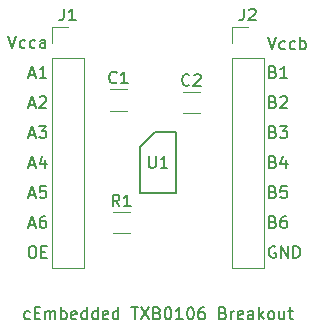
<source format=gbr>
%TF.GenerationSoftware,KiCad,Pcbnew,6.0.11+dfsg-1~bpo11+1*%
%TF.CreationDate,2023-04-23T22:17:46-04:00*%
%TF.ProjectId,cEmbedded_TXB0106_Breakout,63456d62-6564-4646-9564-5f5458423031,rev?*%
%TF.SameCoordinates,Original*%
%TF.FileFunction,Legend,Top*%
%TF.FilePolarity,Positive*%
%FSLAX46Y46*%
G04 Gerber Fmt 4.6, Leading zero omitted, Abs format (unit mm)*
G04 Created by KiCad (PCBNEW 6.0.11+dfsg-1~bpo11+1) date 2023-04-23 22:17:46*
%MOMM*%
%LPD*%
G01*
G04 APERTURE LIST*
%ADD10C,0.150000*%
%ADD11C,0.120000*%
%ADD12C,0.200000*%
G04 APERTURE END LIST*
D10*
X152857142Y-78192380D02*
X153190476Y-79192380D01*
X153523809Y-78192380D01*
X154285714Y-79144761D02*
X154190476Y-79192380D01*
X154000000Y-79192380D01*
X153904761Y-79144761D01*
X153857142Y-79097142D01*
X153809523Y-79001904D01*
X153809523Y-78716190D01*
X153857142Y-78620952D01*
X153904761Y-78573333D01*
X154000000Y-78525714D01*
X154190476Y-78525714D01*
X154285714Y-78573333D01*
X155142857Y-79144761D02*
X155047619Y-79192380D01*
X154857142Y-79192380D01*
X154761904Y-79144761D01*
X154714285Y-79097142D01*
X154666666Y-79001904D01*
X154666666Y-78716190D01*
X154714285Y-78620952D01*
X154761904Y-78573333D01*
X154857142Y-78525714D01*
X155047619Y-78525714D01*
X155142857Y-78573333D01*
X155571428Y-79192380D02*
X155571428Y-78192380D01*
X155571428Y-78573333D02*
X155666666Y-78525714D01*
X155857142Y-78525714D01*
X155952380Y-78573333D01*
X156000000Y-78620952D01*
X156047619Y-78716190D01*
X156047619Y-79001904D01*
X156000000Y-79097142D01*
X155952380Y-79144761D01*
X155857142Y-79192380D01*
X155666666Y-79192380D01*
X155571428Y-79144761D01*
X132635714Y-94026666D02*
X133111904Y-94026666D01*
X132540476Y-94312380D02*
X132873809Y-93312380D01*
X133207142Y-94312380D01*
X133969047Y-93312380D02*
X133778571Y-93312380D01*
X133683333Y-93360000D01*
X133635714Y-93407619D01*
X133540476Y-93550476D01*
X133492857Y-93740952D01*
X133492857Y-94121904D01*
X133540476Y-94217142D01*
X133588095Y-94264761D01*
X133683333Y-94312380D01*
X133873809Y-94312380D01*
X133969047Y-94264761D01*
X134016666Y-94217142D01*
X134064285Y-94121904D01*
X134064285Y-93883809D01*
X134016666Y-93788571D01*
X133969047Y-93740952D01*
X133873809Y-93693333D01*
X133683333Y-93693333D01*
X133588095Y-93740952D01*
X133540476Y-93788571D01*
X133492857Y-93883809D01*
X132635714Y-88946666D02*
X133111904Y-88946666D01*
X132540476Y-89232380D02*
X132873809Y-88232380D01*
X133207142Y-89232380D01*
X133969047Y-88565714D02*
X133969047Y-89232380D01*
X133730952Y-88184761D02*
X133492857Y-88899047D01*
X134111904Y-88899047D01*
X132802380Y-95852380D02*
X132992857Y-95852380D01*
X133088095Y-95900000D01*
X133183333Y-95995238D01*
X133230952Y-96185714D01*
X133230952Y-96519047D01*
X133183333Y-96709523D01*
X133088095Y-96804761D01*
X132992857Y-96852380D01*
X132802380Y-96852380D01*
X132707142Y-96804761D01*
X132611904Y-96709523D01*
X132564285Y-96519047D01*
X132564285Y-96185714D01*
X132611904Y-95995238D01*
X132707142Y-95900000D01*
X132802380Y-95852380D01*
X133659523Y-96328571D02*
X133992857Y-96328571D01*
X134135714Y-96852380D02*
X133659523Y-96852380D01*
X133659523Y-95852380D01*
X134135714Y-95852380D01*
X132652857Y-102004761D02*
X132557619Y-102052380D01*
X132367142Y-102052380D01*
X132271904Y-102004761D01*
X132224285Y-101957142D01*
X132176666Y-101861904D01*
X132176666Y-101576190D01*
X132224285Y-101480952D01*
X132271904Y-101433333D01*
X132367142Y-101385714D01*
X132557619Y-101385714D01*
X132652857Y-101433333D01*
X133081428Y-101528571D02*
X133414761Y-101528571D01*
X133557619Y-102052380D02*
X133081428Y-102052380D01*
X133081428Y-101052380D01*
X133557619Y-101052380D01*
X133986190Y-102052380D02*
X133986190Y-101385714D01*
X133986190Y-101480952D02*
X134033809Y-101433333D01*
X134129047Y-101385714D01*
X134271904Y-101385714D01*
X134367142Y-101433333D01*
X134414761Y-101528571D01*
X134414761Y-102052380D01*
X134414761Y-101528571D02*
X134462380Y-101433333D01*
X134557619Y-101385714D01*
X134700476Y-101385714D01*
X134795714Y-101433333D01*
X134843333Y-101528571D01*
X134843333Y-102052380D01*
X135319523Y-102052380D02*
X135319523Y-101052380D01*
X135319523Y-101433333D02*
X135414761Y-101385714D01*
X135605238Y-101385714D01*
X135700476Y-101433333D01*
X135748095Y-101480952D01*
X135795714Y-101576190D01*
X135795714Y-101861904D01*
X135748095Y-101957142D01*
X135700476Y-102004761D01*
X135605238Y-102052380D01*
X135414761Y-102052380D01*
X135319523Y-102004761D01*
X136605238Y-102004761D02*
X136510000Y-102052380D01*
X136319523Y-102052380D01*
X136224285Y-102004761D01*
X136176666Y-101909523D01*
X136176666Y-101528571D01*
X136224285Y-101433333D01*
X136319523Y-101385714D01*
X136510000Y-101385714D01*
X136605238Y-101433333D01*
X136652857Y-101528571D01*
X136652857Y-101623809D01*
X136176666Y-101719047D01*
X137510000Y-102052380D02*
X137510000Y-101052380D01*
X137510000Y-102004761D02*
X137414761Y-102052380D01*
X137224285Y-102052380D01*
X137129047Y-102004761D01*
X137081428Y-101957142D01*
X137033809Y-101861904D01*
X137033809Y-101576190D01*
X137081428Y-101480952D01*
X137129047Y-101433333D01*
X137224285Y-101385714D01*
X137414761Y-101385714D01*
X137510000Y-101433333D01*
X138414761Y-102052380D02*
X138414761Y-101052380D01*
X138414761Y-102004761D02*
X138319523Y-102052380D01*
X138129047Y-102052380D01*
X138033809Y-102004761D01*
X137986190Y-101957142D01*
X137938571Y-101861904D01*
X137938571Y-101576190D01*
X137986190Y-101480952D01*
X138033809Y-101433333D01*
X138129047Y-101385714D01*
X138319523Y-101385714D01*
X138414761Y-101433333D01*
X139271904Y-102004761D02*
X139176666Y-102052380D01*
X138986190Y-102052380D01*
X138890952Y-102004761D01*
X138843333Y-101909523D01*
X138843333Y-101528571D01*
X138890952Y-101433333D01*
X138986190Y-101385714D01*
X139176666Y-101385714D01*
X139271904Y-101433333D01*
X139319523Y-101528571D01*
X139319523Y-101623809D01*
X138843333Y-101719047D01*
X140176666Y-102052380D02*
X140176666Y-101052380D01*
X140176666Y-102004761D02*
X140081428Y-102052380D01*
X139890952Y-102052380D01*
X139795714Y-102004761D01*
X139748095Y-101957142D01*
X139700476Y-101861904D01*
X139700476Y-101576190D01*
X139748095Y-101480952D01*
X139795714Y-101433333D01*
X139890952Y-101385714D01*
X140081428Y-101385714D01*
X140176666Y-101433333D01*
X141271904Y-101052380D02*
X141843333Y-101052380D01*
X141557619Y-102052380D02*
X141557619Y-101052380D01*
X142081428Y-101052380D02*
X142748095Y-102052380D01*
X142748095Y-101052380D02*
X142081428Y-102052380D01*
X143462380Y-101528571D02*
X143605238Y-101576190D01*
X143652857Y-101623809D01*
X143700476Y-101719047D01*
X143700476Y-101861904D01*
X143652857Y-101957142D01*
X143605238Y-102004761D01*
X143510000Y-102052380D01*
X143129047Y-102052380D01*
X143129047Y-101052380D01*
X143462380Y-101052380D01*
X143557619Y-101100000D01*
X143605238Y-101147619D01*
X143652857Y-101242857D01*
X143652857Y-101338095D01*
X143605238Y-101433333D01*
X143557619Y-101480952D01*
X143462380Y-101528571D01*
X143129047Y-101528571D01*
X144319523Y-101052380D02*
X144414761Y-101052380D01*
X144510000Y-101100000D01*
X144557619Y-101147619D01*
X144605238Y-101242857D01*
X144652857Y-101433333D01*
X144652857Y-101671428D01*
X144605238Y-101861904D01*
X144557619Y-101957142D01*
X144510000Y-102004761D01*
X144414761Y-102052380D01*
X144319523Y-102052380D01*
X144224285Y-102004761D01*
X144176666Y-101957142D01*
X144129047Y-101861904D01*
X144081428Y-101671428D01*
X144081428Y-101433333D01*
X144129047Y-101242857D01*
X144176666Y-101147619D01*
X144224285Y-101100000D01*
X144319523Y-101052380D01*
X145605238Y-102052380D02*
X145033809Y-102052380D01*
X145319523Y-102052380D02*
X145319523Y-101052380D01*
X145224285Y-101195238D01*
X145129047Y-101290476D01*
X145033809Y-101338095D01*
X146224285Y-101052380D02*
X146319523Y-101052380D01*
X146414761Y-101100000D01*
X146462380Y-101147619D01*
X146510000Y-101242857D01*
X146557619Y-101433333D01*
X146557619Y-101671428D01*
X146510000Y-101861904D01*
X146462380Y-101957142D01*
X146414761Y-102004761D01*
X146319523Y-102052380D01*
X146224285Y-102052380D01*
X146129047Y-102004761D01*
X146081428Y-101957142D01*
X146033809Y-101861904D01*
X145986190Y-101671428D01*
X145986190Y-101433333D01*
X146033809Y-101242857D01*
X146081428Y-101147619D01*
X146129047Y-101100000D01*
X146224285Y-101052380D01*
X147414761Y-101052380D02*
X147224285Y-101052380D01*
X147129047Y-101100000D01*
X147081428Y-101147619D01*
X146986190Y-101290476D01*
X146938571Y-101480952D01*
X146938571Y-101861904D01*
X146986190Y-101957142D01*
X147033809Y-102004761D01*
X147129047Y-102052380D01*
X147319523Y-102052380D01*
X147414761Y-102004761D01*
X147462380Y-101957142D01*
X147510000Y-101861904D01*
X147510000Y-101623809D01*
X147462380Y-101528571D01*
X147414761Y-101480952D01*
X147319523Y-101433333D01*
X147129047Y-101433333D01*
X147033809Y-101480952D01*
X146986190Y-101528571D01*
X146938571Y-101623809D01*
X149033809Y-101528571D02*
X149176666Y-101576190D01*
X149224285Y-101623809D01*
X149271904Y-101719047D01*
X149271904Y-101861904D01*
X149224285Y-101957142D01*
X149176666Y-102004761D01*
X149081428Y-102052380D01*
X148700476Y-102052380D01*
X148700476Y-101052380D01*
X149033809Y-101052380D01*
X149129047Y-101100000D01*
X149176666Y-101147619D01*
X149224285Y-101242857D01*
X149224285Y-101338095D01*
X149176666Y-101433333D01*
X149129047Y-101480952D01*
X149033809Y-101528571D01*
X148700476Y-101528571D01*
X149700476Y-102052380D02*
X149700476Y-101385714D01*
X149700476Y-101576190D02*
X149748095Y-101480952D01*
X149795714Y-101433333D01*
X149890952Y-101385714D01*
X149986190Y-101385714D01*
X150700476Y-102004761D02*
X150605238Y-102052380D01*
X150414761Y-102052380D01*
X150319523Y-102004761D01*
X150271904Y-101909523D01*
X150271904Y-101528571D01*
X150319523Y-101433333D01*
X150414761Y-101385714D01*
X150605238Y-101385714D01*
X150700476Y-101433333D01*
X150748095Y-101528571D01*
X150748095Y-101623809D01*
X150271904Y-101719047D01*
X151605238Y-102052380D02*
X151605238Y-101528571D01*
X151557619Y-101433333D01*
X151462380Y-101385714D01*
X151271904Y-101385714D01*
X151176666Y-101433333D01*
X151605238Y-102004761D02*
X151510000Y-102052380D01*
X151271904Y-102052380D01*
X151176666Y-102004761D01*
X151129047Y-101909523D01*
X151129047Y-101814285D01*
X151176666Y-101719047D01*
X151271904Y-101671428D01*
X151510000Y-101671428D01*
X151605238Y-101623809D01*
X152081428Y-102052380D02*
X152081428Y-101052380D01*
X152176666Y-101671428D02*
X152462380Y-102052380D01*
X152462380Y-101385714D02*
X152081428Y-101766666D01*
X153033809Y-102052380D02*
X152938571Y-102004761D01*
X152890952Y-101957142D01*
X152843333Y-101861904D01*
X152843333Y-101576190D01*
X152890952Y-101480952D01*
X152938571Y-101433333D01*
X153033809Y-101385714D01*
X153176666Y-101385714D01*
X153271904Y-101433333D01*
X153319523Y-101480952D01*
X153367142Y-101576190D01*
X153367142Y-101861904D01*
X153319523Y-101957142D01*
X153271904Y-102004761D01*
X153176666Y-102052380D01*
X153033809Y-102052380D01*
X154224285Y-101385714D02*
X154224285Y-102052380D01*
X153795714Y-101385714D02*
X153795714Y-101909523D01*
X153843333Y-102004761D01*
X153938571Y-102052380D01*
X154081428Y-102052380D01*
X154176666Y-102004761D01*
X154224285Y-101957142D01*
X154557619Y-101385714D02*
X154938571Y-101385714D01*
X154700476Y-101052380D02*
X154700476Y-101909523D01*
X154748095Y-102004761D01*
X154843333Y-102052380D01*
X154938571Y-102052380D01*
X153468095Y-95900000D02*
X153372857Y-95852380D01*
X153230000Y-95852380D01*
X153087142Y-95900000D01*
X152991904Y-95995238D01*
X152944285Y-96090476D01*
X152896666Y-96280952D01*
X152896666Y-96423809D01*
X152944285Y-96614285D01*
X152991904Y-96709523D01*
X153087142Y-96804761D01*
X153230000Y-96852380D01*
X153325238Y-96852380D01*
X153468095Y-96804761D01*
X153515714Y-96757142D01*
X153515714Y-96423809D01*
X153325238Y-96423809D01*
X153944285Y-96852380D02*
X153944285Y-95852380D01*
X154515714Y-96852380D01*
X154515714Y-95852380D01*
X154991904Y-96852380D02*
X154991904Y-95852380D01*
X155230000Y-95852380D01*
X155372857Y-95900000D01*
X155468095Y-95995238D01*
X155515714Y-96090476D01*
X155563333Y-96280952D01*
X155563333Y-96423809D01*
X155515714Y-96614285D01*
X155468095Y-96709523D01*
X155372857Y-96804761D01*
X155230000Y-96852380D01*
X154991904Y-96852380D01*
X153265238Y-88708571D02*
X153408095Y-88756190D01*
X153455714Y-88803809D01*
X153503333Y-88899047D01*
X153503333Y-89041904D01*
X153455714Y-89137142D01*
X153408095Y-89184761D01*
X153312857Y-89232380D01*
X152931904Y-89232380D01*
X152931904Y-88232380D01*
X153265238Y-88232380D01*
X153360476Y-88280000D01*
X153408095Y-88327619D01*
X153455714Y-88422857D01*
X153455714Y-88518095D01*
X153408095Y-88613333D01*
X153360476Y-88660952D01*
X153265238Y-88708571D01*
X152931904Y-88708571D01*
X154360476Y-88565714D02*
X154360476Y-89232380D01*
X154122380Y-88184761D02*
X153884285Y-88899047D01*
X154503333Y-88899047D01*
X132635714Y-91486666D02*
X133111904Y-91486666D01*
X132540476Y-91772380D02*
X132873809Y-90772380D01*
X133207142Y-91772380D01*
X134016666Y-90772380D02*
X133540476Y-90772380D01*
X133492857Y-91248571D01*
X133540476Y-91200952D01*
X133635714Y-91153333D01*
X133873809Y-91153333D01*
X133969047Y-91200952D01*
X134016666Y-91248571D01*
X134064285Y-91343809D01*
X134064285Y-91581904D01*
X134016666Y-91677142D01*
X133969047Y-91724761D01*
X133873809Y-91772380D01*
X133635714Y-91772380D01*
X133540476Y-91724761D01*
X133492857Y-91677142D01*
X153265238Y-93788571D02*
X153408095Y-93836190D01*
X153455714Y-93883809D01*
X153503333Y-93979047D01*
X153503333Y-94121904D01*
X153455714Y-94217142D01*
X153408095Y-94264761D01*
X153312857Y-94312380D01*
X152931904Y-94312380D01*
X152931904Y-93312380D01*
X153265238Y-93312380D01*
X153360476Y-93360000D01*
X153408095Y-93407619D01*
X153455714Y-93502857D01*
X153455714Y-93598095D01*
X153408095Y-93693333D01*
X153360476Y-93740952D01*
X153265238Y-93788571D01*
X152931904Y-93788571D01*
X154360476Y-93312380D02*
X154170000Y-93312380D01*
X154074761Y-93360000D01*
X154027142Y-93407619D01*
X153931904Y-93550476D01*
X153884285Y-93740952D01*
X153884285Y-94121904D01*
X153931904Y-94217142D01*
X153979523Y-94264761D01*
X154074761Y-94312380D01*
X154265238Y-94312380D01*
X154360476Y-94264761D01*
X154408095Y-94217142D01*
X154455714Y-94121904D01*
X154455714Y-93883809D01*
X154408095Y-93788571D01*
X154360476Y-93740952D01*
X154265238Y-93693333D01*
X154074761Y-93693333D01*
X153979523Y-93740952D01*
X153931904Y-93788571D01*
X153884285Y-93883809D01*
X153265238Y-86168571D02*
X153408095Y-86216190D01*
X153455714Y-86263809D01*
X153503333Y-86359047D01*
X153503333Y-86501904D01*
X153455714Y-86597142D01*
X153408095Y-86644761D01*
X153312857Y-86692380D01*
X152931904Y-86692380D01*
X152931904Y-85692380D01*
X153265238Y-85692380D01*
X153360476Y-85740000D01*
X153408095Y-85787619D01*
X153455714Y-85882857D01*
X153455714Y-85978095D01*
X153408095Y-86073333D01*
X153360476Y-86120952D01*
X153265238Y-86168571D01*
X152931904Y-86168571D01*
X153836666Y-85692380D02*
X154455714Y-85692380D01*
X154122380Y-86073333D01*
X154265238Y-86073333D01*
X154360476Y-86120952D01*
X154408095Y-86168571D01*
X154455714Y-86263809D01*
X154455714Y-86501904D01*
X154408095Y-86597142D01*
X154360476Y-86644761D01*
X154265238Y-86692380D01*
X153979523Y-86692380D01*
X153884285Y-86644761D01*
X153836666Y-86597142D01*
X130857142Y-78072380D02*
X131190476Y-79072380D01*
X131523809Y-78072380D01*
X132285714Y-79024761D02*
X132190476Y-79072380D01*
X132000000Y-79072380D01*
X131904761Y-79024761D01*
X131857142Y-78977142D01*
X131809523Y-78881904D01*
X131809523Y-78596190D01*
X131857142Y-78500952D01*
X131904761Y-78453333D01*
X132000000Y-78405714D01*
X132190476Y-78405714D01*
X132285714Y-78453333D01*
X133142857Y-79024761D02*
X133047619Y-79072380D01*
X132857142Y-79072380D01*
X132761904Y-79024761D01*
X132714285Y-78977142D01*
X132666666Y-78881904D01*
X132666666Y-78596190D01*
X132714285Y-78500952D01*
X132761904Y-78453333D01*
X132857142Y-78405714D01*
X133047619Y-78405714D01*
X133142857Y-78453333D01*
X134000000Y-79072380D02*
X134000000Y-78548571D01*
X133952380Y-78453333D01*
X133857142Y-78405714D01*
X133666666Y-78405714D01*
X133571428Y-78453333D01*
X134000000Y-79024761D02*
X133904761Y-79072380D01*
X133666666Y-79072380D01*
X133571428Y-79024761D01*
X133523809Y-78929523D01*
X133523809Y-78834285D01*
X133571428Y-78739047D01*
X133666666Y-78691428D01*
X133904761Y-78691428D01*
X134000000Y-78643809D01*
X153265238Y-81088571D02*
X153408095Y-81136190D01*
X153455714Y-81183809D01*
X153503333Y-81279047D01*
X153503333Y-81421904D01*
X153455714Y-81517142D01*
X153408095Y-81564761D01*
X153312857Y-81612380D01*
X152931904Y-81612380D01*
X152931904Y-80612380D01*
X153265238Y-80612380D01*
X153360476Y-80660000D01*
X153408095Y-80707619D01*
X153455714Y-80802857D01*
X153455714Y-80898095D01*
X153408095Y-80993333D01*
X153360476Y-81040952D01*
X153265238Y-81088571D01*
X152931904Y-81088571D01*
X154455714Y-81612380D02*
X153884285Y-81612380D01*
X154170000Y-81612380D02*
X154170000Y-80612380D01*
X154074761Y-80755238D01*
X153979523Y-80850476D01*
X153884285Y-80898095D01*
X132635714Y-83866666D02*
X133111904Y-83866666D01*
X132540476Y-84152380D02*
X132873809Y-83152380D01*
X133207142Y-84152380D01*
X133492857Y-83247619D02*
X133540476Y-83200000D01*
X133635714Y-83152380D01*
X133873809Y-83152380D01*
X133969047Y-83200000D01*
X134016666Y-83247619D01*
X134064285Y-83342857D01*
X134064285Y-83438095D01*
X134016666Y-83580952D01*
X133445238Y-84152380D01*
X134064285Y-84152380D01*
X153265238Y-83628571D02*
X153408095Y-83676190D01*
X153455714Y-83723809D01*
X153503333Y-83819047D01*
X153503333Y-83961904D01*
X153455714Y-84057142D01*
X153408095Y-84104761D01*
X153312857Y-84152380D01*
X152931904Y-84152380D01*
X152931904Y-83152380D01*
X153265238Y-83152380D01*
X153360476Y-83200000D01*
X153408095Y-83247619D01*
X153455714Y-83342857D01*
X153455714Y-83438095D01*
X153408095Y-83533333D01*
X153360476Y-83580952D01*
X153265238Y-83628571D01*
X152931904Y-83628571D01*
X153884285Y-83247619D02*
X153931904Y-83200000D01*
X154027142Y-83152380D01*
X154265238Y-83152380D01*
X154360476Y-83200000D01*
X154408095Y-83247619D01*
X154455714Y-83342857D01*
X154455714Y-83438095D01*
X154408095Y-83580952D01*
X153836666Y-84152380D01*
X154455714Y-84152380D01*
X132635714Y-81326666D02*
X133111904Y-81326666D01*
X132540476Y-81612380D02*
X132873809Y-80612380D01*
X133207142Y-81612380D01*
X134064285Y-81612380D02*
X133492857Y-81612380D01*
X133778571Y-81612380D02*
X133778571Y-80612380D01*
X133683333Y-80755238D01*
X133588095Y-80850476D01*
X133492857Y-80898095D01*
X153265238Y-91248571D02*
X153408095Y-91296190D01*
X153455714Y-91343809D01*
X153503333Y-91439047D01*
X153503333Y-91581904D01*
X153455714Y-91677142D01*
X153408095Y-91724761D01*
X153312857Y-91772380D01*
X152931904Y-91772380D01*
X152931904Y-90772380D01*
X153265238Y-90772380D01*
X153360476Y-90820000D01*
X153408095Y-90867619D01*
X153455714Y-90962857D01*
X153455714Y-91058095D01*
X153408095Y-91153333D01*
X153360476Y-91200952D01*
X153265238Y-91248571D01*
X152931904Y-91248571D01*
X154408095Y-90772380D02*
X153931904Y-90772380D01*
X153884285Y-91248571D01*
X153931904Y-91200952D01*
X154027142Y-91153333D01*
X154265238Y-91153333D01*
X154360476Y-91200952D01*
X154408095Y-91248571D01*
X154455714Y-91343809D01*
X154455714Y-91581904D01*
X154408095Y-91677142D01*
X154360476Y-91724761D01*
X154265238Y-91772380D01*
X154027142Y-91772380D01*
X153931904Y-91724761D01*
X153884285Y-91677142D01*
X132635714Y-86406666D02*
X133111904Y-86406666D01*
X132540476Y-86692380D02*
X132873809Y-85692380D01*
X133207142Y-86692380D01*
X133445238Y-85692380D02*
X134064285Y-85692380D01*
X133730952Y-86073333D01*
X133873809Y-86073333D01*
X133969047Y-86120952D01*
X134016666Y-86168571D01*
X134064285Y-86263809D01*
X134064285Y-86501904D01*
X134016666Y-86597142D01*
X133969047Y-86644761D01*
X133873809Y-86692380D01*
X133588095Y-86692380D01*
X133492857Y-86644761D01*
X133445238Y-86597142D01*
%TO.C,C2*%
X146188333Y-82207142D02*
X146140714Y-82254761D01*
X145997857Y-82302380D01*
X145902619Y-82302380D01*
X145759761Y-82254761D01*
X145664523Y-82159523D01*
X145616904Y-82064285D01*
X145569285Y-81873809D01*
X145569285Y-81730952D01*
X145616904Y-81540476D01*
X145664523Y-81445238D01*
X145759761Y-81350000D01*
X145902619Y-81302380D01*
X145997857Y-81302380D01*
X146140714Y-81350000D01*
X146188333Y-81397619D01*
X146569285Y-81397619D02*
X146616904Y-81350000D01*
X146712142Y-81302380D01*
X146950238Y-81302380D01*
X147045476Y-81350000D01*
X147093095Y-81397619D01*
X147140714Y-81492857D01*
X147140714Y-81588095D01*
X147093095Y-81730952D01*
X146521666Y-82302380D01*
X147140714Y-82302380D01*
%TO.C,J1*%
X135556666Y-75742380D02*
X135556666Y-76456666D01*
X135509047Y-76599523D01*
X135413809Y-76694761D01*
X135270952Y-76742380D01*
X135175714Y-76742380D01*
X136556666Y-76742380D02*
X135985238Y-76742380D01*
X136270952Y-76742380D02*
X136270952Y-75742380D01*
X136175714Y-75885238D01*
X136080476Y-75980476D01*
X135985238Y-76028095D01*
%TO.C,R1*%
X140263333Y-92492380D02*
X139930000Y-92016190D01*
X139691904Y-92492380D02*
X139691904Y-91492380D01*
X140072857Y-91492380D01*
X140168095Y-91540000D01*
X140215714Y-91587619D01*
X140263333Y-91682857D01*
X140263333Y-91825714D01*
X140215714Y-91920952D01*
X140168095Y-91968571D01*
X140072857Y-92016190D01*
X139691904Y-92016190D01*
X141215714Y-92492380D02*
X140644285Y-92492380D01*
X140930000Y-92492380D02*
X140930000Y-91492380D01*
X140834761Y-91635238D01*
X140739523Y-91730476D01*
X140644285Y-91778095D01*
%TO.C,J2*%
X150796666Y-75742380D02*
X150796666Y-76456666D01*
X150749047Y-76599523D01*
X150653809Y-76694761D01*
X150510952Y-76742380D01*
X150415714Y-76742380D01*
X151225238Y-75837619D02*
X151272857Y-75790000D01*
X151368095Y-75742380D01*
X151606190Y-75742380D01*
X151701428Y-75790000D01*
X151749047Y-75837619D01*
X151796666Y-75932857D01*
X151796666Y-76028095D01*
X151749047Y-76170952D01*
X151177619Y-76742380D01*
X151796666Y-76742380D01*
%TO.C,C1*%
X140018333Y-81987142D02*
X139970714Y-82034761D01*
X139827857Y-82082380D01*
X139732619Y-82082380D01*
X139589761Y-82034761D01*
X139494523Y-81939523D01*
X139446904Y-81844285D01*
X139399285Y-81653809D01*
X139399285Y-81510952D01*
X139446904Y-81320476D01*
X139494523Y-81225238D01*
X139589761Y-81130000D01*
X139732619Y-81082380D01*
X139827857Y-81082380D01*
X139970714Y-81130000D01*
X140018333Y-81177619D01*
X140970714Y-82082380D02*
X140399285Y-82082380D01*
X140685000Y-82082380D02*
X140685000Y-81082380D01*
X140589761Y-81225238D01*
X140494523Y-81320476D01*
X140399285Y-81368095D01*
%TO.C,U1*%
X142748095Y-88232380D02*
X142748095Y-89041904D01*
X142795714Y-89137142D01*
X142843333Y-89184761D01*
X142938571Y-89232380D01*
X143129047Y-89232380D01*
X143224285Y-89184761D01*
X143271904Y-89137142D01*
X143319523Y-89041904D01*
X143319523Y-88232380D01*
X144319523Y-89232380D02*
X143748095Y-89232380D01*
X144033809Y-89232380D02*
X144033809Y-88232380D01*
X143938571Y-88375238D01*
X143843333Y-88470476D01*
X143748095Y-88518095D01*
D11*
%TO.C,C2*%
X145643748Y-82790000D02*
X147066252Y-82790000D01*
X145643748Y-84610000D02*
X147066252Y-84610000D01*
%TO.C,J1*%
X134560000Y-97730000D02*
X137220000Y-97730000D01*
X137220000Y-79890000D02*
X137220000Y-97730000D01*
X134560000Y-79890000D02*
X137220000Y-79890000D01*
X134560000Y-77290000D02*
X135890000Y-77290000D01*
X134560000Y-79890000D02*
X134560000Y-97730000D01*
X134560000Y-78620000D02*
X134560000Y-77290000D01*
%TO.C,R1*%
X139702936Y-94770000D02*
X141157064Y-94770000D01*
X139702936Y-92950000D02*
X141157064Y-92950000D01*
%TO.C,J2*%
X149800000Y-79890000D02*
X149800000Y-97730000D01*
X149800000Y-79890000D02*
X152460000Y-79890000D01*
X149800000Y-77290000D02*
X151130000Y-77290000D01*
X149800000Y-78620000D02*
X149800000Y-77290000D01*
X152460000Y-79890000D02*
X152460000Y-97730000D01*
X149800000Y-97730000D02*
X152460000Y-97730000D01*
%TO.C,C1*%
X139473748Y-82570000D02*
X140896252Y-82570000D01*
X139473748Y-84390000D02*
X140896252Y-84390000D01*
D12*
%TO.C,U1*%
X142010000Y-91329997D02*
X145010000Y-91329997D01*
X143235002Y-86229997D02*
X145010000Y-86229997D01*
X142010000Y-87454999D02*
X143235002Y-86229997D01*
X145010000Y-91329997D02*
X145010000Y-86229997D01*
X142010000Y-91329997D02*
X142010000Y-87454999D01*
%TD*%
M02*

</source>
